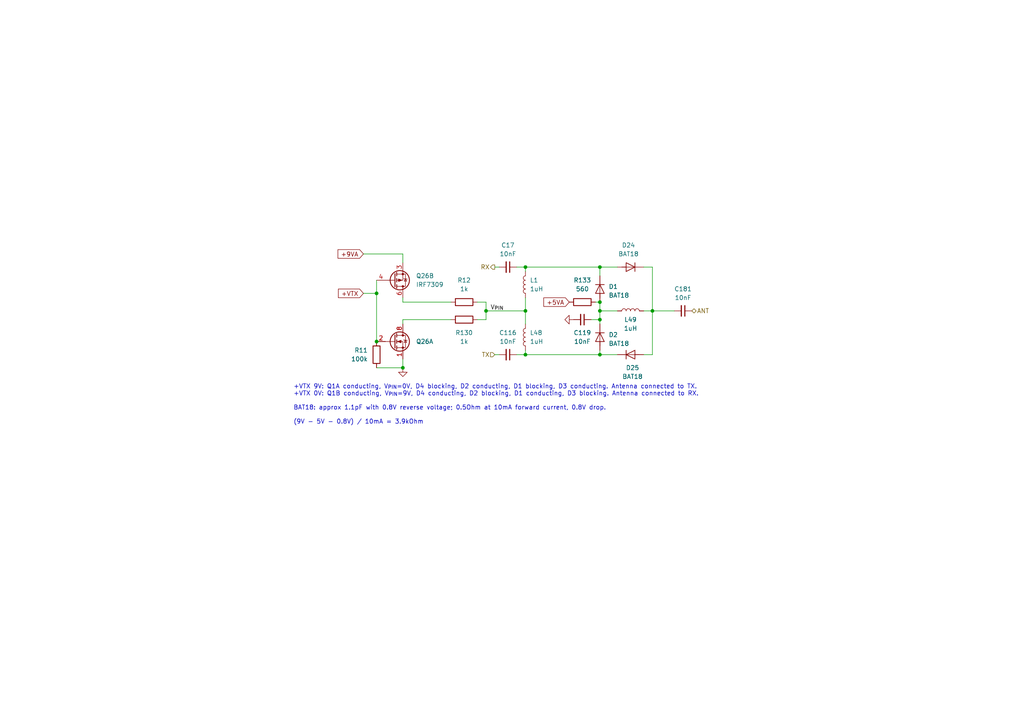
<source format=kicad_sch>
(kicad_sch (version 20211123) (generator eeschema)
  (paper "A4")
  (title_block (title "DART-70 TRX") (date "2023-02-18") (rev "0") (company "HB9EGM") (comment 1 "A 4m Band SSB/CW Transceiver"))
  (lib_symbols
    (symbol "Device:C_Small" (pin_numbers hide) (pin_names (offset 0.254) hide)
      (property "Reference" "C" (at 0.254 1.778 0))
      (property "Value" "C_Small" (at 0.254 -2.032 0))
      (symbol "C_Small_0_1"
        (polyline (pts (xy -1.524 -0.508) (xy 1.524 -0.508)) (stroke (width 0.3302)))
        (polyline (pts (xy -1.524 0.508) (xy 1.524 0.508)) (stroke (width 0.3048)))
      )
      (symbol "C_Small_1_1"
        (pin passive line (at 0 2.54 270) (length 2.032) (name "~") (number "1"))
        (pin passive line (at 0 -2.54 90) (length 2.032) (name "~") (number "2"))
      )
    )
    (symbol "Device:L" (pin_numbers hide) (pin_names (offset 1.016) hide)
      (property "Reference" "L" (at -1.27 0 90))
      (property "Value" "L" (at 1.905 0 90))
      (symbol "L_0_1"
        (arc (start 0 -2.54) (mid 0.635 -1.905) (end 0 -1.27))
        (arc (start 0 -1.27) (mid 0.635 -0.635) (end 0 0))
        (arc (start 0 0) (mid 0.635 0.635) (end 0 1.27))
        (arc (start 0 1.27) (mid 0.635 1.905) (end 0 2.54))
      )
      (symbol "L_1_1"
        (pin passive line (at 0 3.81 270) (length 1.27) (name "1") (number "1"))
        (pin passive line (at 0 -3.81 90) (length 1.27) (name "2") (number "2"))
      )
    )
    (symbol "Device:R" (pin_numbers hide) (pin_names (offset 0))
      (property "Reference" "R" (at 2.032 0 90))
      (property "Value" "R" (at 0 0 90))
      (symbol "R_0_1"
        (rectangle (start -1.016 -2.54) (end 1.016 2.54) (stroke (width 0.254)))
      )
      (symbol "R_1_1"
        (pin passive line (at 0 3.81 270) (length 1.27) (name "~") (number "1"))
        (pin passive line (at 0 -3.81 90) (length 1.27) (name "~") (number "2"))
      )
    )
    (symbol "Transistor_FET:IRF7309IPBF" (pin_names hide)
      (property "Reference" "Q" (at 5.08 1.905 0))
      (property "Value" "IRF7309IPBF" (at 5.08 0 0))
      (symbol "IRF7309IPBF_0_1"
        (polyline (pts (xy 0.254 0) (xy -2.54 0)))
        (polyline (pts (xy 0.254 1.905) (xy 0.254 -1.905)) (stroke (width 0.254)))
        (polyline (pts (xy 0.762 -1.27) (xy 0.762 -2.286)) (stroke (width 0.254)))
        (polyline (pts (xy 0.762 0.508) (xy 0.762 -0.508)) (stroke (width 0.254)))
        (polyline (pts (xy 0.762 2.286) (xy 0.762 1.27)) (stroke (width 0.254)))
        (polyline (pts (xy 2.54 2.54) (xy 2.54 1.778)))
        (polyline (pts (xy 2.54 -2.54) (xy 2.54 0) (xy 0.762 0)))
        (polyline (pts (xy 0.762 -1.778) (xy 3.302 -1.778) (xy 3.302 1.778) (xy 0.762 1.778)))
        (circle (center 1.651 0) (radius 2.794) (stroke (width 0.254)))
        (circle (center 2.54 -1.778) (radius 0.254) (fill (type outline)))
        (circle (center 2.54 1.778) (radius 0.254) (fill (type outline)))
      )
      (symbol "IRF7309IPBF_1_1"
        (polyline (pts (xy 1.016 0) (xy 2.032 0.381) (xy 2.032 -0.381) (xy 1.016 0)) (fill (type outline)))
        (polyline (pts (xy 2.794 0.508) (xy 2.921 0.381) (xy 3.683 0.381) (xy 3.81 0.254)))
        (polyline (pts (xy 3.302 0.381) (xy 2.921 -0.254) (xy 3.683 -0.254) (xy 3.302 0.381)))
        (pin passive line (at 2.54 -5.08 90) (length 2.54) (name "S") (number "1"))
        (pin input line (at -5.08 0 0) (length 2.54) (name "G") (number "2"))
        (pin passive line (at 2.54 5.08 270) (length 2.54) hide (name "D") (number "7"))
        (pin passive line (at 2.54 5.08 270) (length 2.54) (name "D") (number "8"))
      )
      (symbol "IRF7309IPBF_2_1"
        (polyline (pts (xy 2.286 0) (xy 1.27 0.381) (xy 1.27 -0.381) (xy 2.286 0)) (fill (type outline)))
        (polyline (pts (xy 2.794 -0.508) (xy 2.921 -0.381) (xy 3.683 -0.381) (xy 3.81 -0.254)))
        (polyline (pts (xy 3.302 -0.381) (xy 2.921 0.254) (xy 3.683 0.254) (xy 3.302 -0.381)))
        (pin passive line (at 2.54 -5.08 90) (length 2.54) (name "1") (number "3"))
        (pin input line (at -5.08 0 0) (length 2.54) (name "G") (number "4"))
        (pin passive line (at 2.54 5.08 270) (length 2.54) hide (name "D") (number "5"))
        (pin passive line (at 2.54 5.08 270) (length 2.54) (name "D") (number "6"))
      )
    )
    (symbol "mpb:BAT18" (pin_numbers hide) (pin_names (offset 0) hide)
      (property "Reference" "D" (at 0 2.54 0))
      (property "Value" "BAT18" (at 0 -2.54 0))
      (symbol "BAT18_0_1"
        (polyline (pts (xy -1.27 0) (xy 2.54 0)))
        (polyline (pts (xy -1.27 1.27) (xy -1.27 -1.27)) (stroke (width 0.2032)))
        (polyline (pts (xy 1.27 1.27) (xy 1.27 -1.27) (xy -1.27 0) (xy 1.27 1.27)) (stroke (width 0.2032)))
      )
      (symbol "BAT18_1_1"
        (pin passive line (at 3.81 0 180) (length 2.54) (name "A") (number "1"))
        (pin passive line (at -3.81 0 0) (length 2.54) (name "K") (number "3"))
      )
    )
    (symbol "power:GND" (power) (pin_names (offset 0))
      (property "Value" "GND" (at 0 -3.81 0))
      (symbol "GND_0_1"
        (polyline (pts (xy 0 0) (xy 0 -1.27) (xy 1.27 -1.27) (xy 0 -2.54) (xy -1.27 -1.27) (xy 0 -1.27)))
      )
      (symbol "GND_1_1"
        (pin power_in line (at 0 0 270) (length 0) hide (name "GND") (number "1"))
      )
    )
  )
  (junction (at 152.4 102.87))
  (junction (at 109.22 99.06))
  (junction (at 173.99 87.63))
  (junction (at 189.23 90.17))
  (junction (at 116.84 106.68))
  (junction (at 140.97 90.17))
  (junction (at 173.99 77.47))
  (junction (at 173.99 92.71))
  (junction (at 152.4 77.47))
  (junction (at 152.4 90.17))
  (junction (at 109.22 85.09))
  (junction (at 173.99 90.17))
  (junction (at 173.99 102.87))
  (wire (pts (xy 149.86 77.47) (xy 152.4 77.47)))
  (wire (pts (xy 179.07 102.87) (xy 173.99 102.87)))
  (wire (pts (xy 143.51 102.87) (xy 144.78 102.87)))
  (wire (pts (xy 149.86 102.87) (xy 152.4 102.87)))
  (wire (pts (xy 173.99 77.47) (xy 179.07 77.47)))
  (wire (pts (xy 189.23 90.17) (xy 195.58 90.17)))
  (wire (pts (xy 189.23 90.17) (xy 186.69 90.17)))
  (wire (pts (xy 173.99 92.71) (xy 173.99 93.98)))
  (wire (pts (xy 173.99 92.71) (xy 173.99 90.17)))
  (wire (pts (xy 152.4 102.87) (xy 152.4 101.6)))
  (wire (pts (xy 109.22 85.09) (xy 109.22 99.06)))
  (wire (pts (xy 109.22 81.28) (xy 109.22 85.09)))
  (wire (pts (xy 152.4 78.74) (xy 152.4 77.47)))
  (wire (pts (xy 109.22 106.68) (xy 116.84 106.68)))
  (wire (pts (xy 173.99 102.87) (xy 152.4 102.87)))
  (wire (pts (xy 173.99 80.01) (xy 173.99 77.47)))
  (wire (pts (xy 116.84 87.63) (xy 130.81 87.63)))
  (wire (pts (xy 116.84 106.68) (xy 116.84 104.14)))
  (wire (pts (xy 116.84 86.36) (xy 116.84 87.63)))
  (wire (pts (xy 189.23 102.87) (xy 186.69 102.87)))
  (wire (pts (xy 189.23 90.17) (xy 189.23 102.87)))
  (wire (pts (xy 173.99 87.63) (xy 173.99 90.17)))
  (wire (pts (xy 116.84 73.66) (xy 116.84 76.2)))
  (wire (pts (xy 105.41 73.66) (xy 116.84 73.66)))
  (wire (pts (xy 173.99 90.17) (xy 179.07 90.17)))
  (wire (pts (xy 140.97 92.71) (xy 138.43 92.71)))
  (wire (pts (xy 152.4 90.17) (xy 152.4 93.98)))
  (wire (pts (xy 140.97 87.63) (xy 138.43 87.63)))
  (wire (pts (xy 105.41 85.09) (xy 109.22 85.09)))
  (wire (pts (xy 152.4 86.36) (xy 152.4 90.17)))
  (wire (pts (xy 189.23 77.47) (xy 186.69 77.47)))
  (wire (pts (xy 173.99 102.87) (xy 173.99 101.6)))
  (wire (pts (xy 152.4 77.47) (xy 173.99 77.47)))
  (wire (pts (xy 173.99 92.71) (xy 171.45 92.71)))
  (wire (pts (xy 172.72 87.63) (xy 173.99 87.63)))
  (wire (pts (xy 116.84 92.71) (xy 116.84 93.98)))
  (wire (pts (xy 143.51 77.47) (xy 144.78 77.47)))
  (wire (pts (xy 140.97 90.17) (xy 152.4 90.17)))
  (wire (pts (xy 189.23 77.47) (xy 189.23 90.17)))
  (wire (pts (xy 140.97 87.63) (xy 140.97 90.17)))
  (wire (pts (xy 130.81 92.71) (xy 116.84 92.71)))
  (wire (pts (xy 140.97 90.17) (xy 140.97 92.71)))
  (text "+VTX 9V: Q1A conducting, V_{PIN}=0V, D4 blocking, D2 conducting, D1 blocking, D3 conducting. Antenna connected to TX.\n+VTX 0V: Q1B conducting, V_{PIN}=9V, D4 conducting, D2 blocking, D1 conducting, D3 blocking. Antenna connected to RX.\n\nBAT18: approx 1.1pF with 0.8V reverse voltage; 0.5Ohm at 10mA forward current, 0.8V drop.\n\n(9V - 5V - 0.8V) / 10mA = 3.9kOhm" (at 85.09 123.19 0) (effects (font (size 1.27 1.27)) (justify left bottom)))
  (label "V_{PIN}" (at 142.24 90.17 0))
  (global_label "+5VA" (shape input) (at 165.1 87.63 180) (property "Intersheet References" "${INTERSHEET_REFS}" (effects hide)))
  (global_label "+VTX" (shape input) (at 105.41 85.09 180) (property "Intersheet References" "${INTERSHEET_REFS}" (effects hide)))
  (global_label "+9VA" (shape input) (at 105.41 73.66 180) (property "Intersheet References" "${INTERSHEET_REFS}" (effects hide)))
  (hierarchical_label "TX" (shape input) (at 143.51 102.87 180))
  (hierarchical_label "ANT" (shape bidirectional) (at 200.66 90.17 0))
  (hierarchical_label "RX" (shape output) (at 143.51 77.47 180))
  (symbol (lib_id "mpb:BAT18") (at 182.88 77.47 180) (unit 1)
    (property "Reference" "D24" (at 182.2958 71.12 0))
    (property "Value" "BAT18" (at 182.2958 73.66 0))
    (property "Footprint" "Package_TO_SOT_SMD:SOT-23_Handsoldering" (effects hide))
    (property "Datasheet" "/home/bram/Sync/Doc/Datasheet/BAT18-1125947.pdf" (effects hide))
    (property "Need_order" "0" (effects hide))
    (property "MPN" "BAT18" (effects hide))
  )
  (symbol (lib_id "power:GND") (at 116.84 106.68 0) (unit 1)
    (property "Reference" "#PWR057" (effects hide))
    (property "Value" "GND" (effects hide))
  )
  (symbol (lib_id "mpb:BAT18") (at 173.99 83.82 270) (unit 1)
    (property "Reference" "D1" (at 176.53 83.1341 90) (effects (justify left)))
    (property "Value" "BAT18" (at 176.53 85.6741 90) (effects (justify left)))
    (property "Footprint" "Package_TO_SOT_SMD:SOT-23_Handsoldering" (effects hide))
    (property "Datasheet" "/home/bram/Sync/Doc/Datasheet/BAT18-1125947.pdf" (effects hide))
    (property "Need_order" "0" (effects hide))
    (property "MPN" "BAT18" (effects hide))
  )
  (symbol (lib_id "Device:C_Small") (at 147.32 77.47 270) (mirror x) (unit 1)
    (property "Reference" "C17" (at 147.3136 71.12 90))
    (property "Value" "10nF" (at 147.3136 73.66 90))
    (property "Footprint" "Capacitor_SMD:C_0805_2012Metric_Pad1.18x1.45mm_HandSolder" (effects hide))
    (property "MPN" "VJ0805A103KXJTBC" (effects hide))
    (property "Need_order" "0" (effects hide))
  )
  (symbol (lib_id "Device:R") (at 134.62 92.71 270) (unit 1)
    (property "Reference" "R130" (at 134.62 96.52 90))
    (property "Value" "1k" (at 134.62 99.06 90))
    (property "Footprint" "Resistor_SMD:R_0603_1608Metric_Pad0.98x0.95mm_HandSolder" (effects hide))
    (property "Need_order" "0" (effects hide))
  )
  (symbol (lib_id "Device:L") (at 152.4 97.79 180) (unit 1)
    (property "Reference" "L48" (at 153.67 96.5199 0) (effects (justify right)))
    (property "Value" "1uH" (at 153.67 99.0599 0) (effects (justify right)))
    (property "Footprint" "Inductor_SMD:L_1008_2520Metric_Pad1.43x2.20mm_HandSolder" (effects hide))
    (property "MPN" "LQW2UAS1R0x0CL" (effects hide))
    (property "Need_order" "0" (effects hide))
  )
  (symbol (lib_id "Device:C_Small") (at 198.12 90.17 270) (mirror x) (unit 1)
    (property "Reference" "C181" (at 198.1136 83.82 90))
    (property "Value" "10nF" (at 198.1136 86.36 90))
    (property "Footprint" "Capacitor_SMD:C_0805_2012Metric_Pad1.18x1.45mm_HandSolder" (effects hide))
    (property "MPN" "VJ0805A103KXJTBC" (effects hide))
    (property "Need_order" "0" (effects hide))
  )
  (symbol (lib_id "Transistor_FET:IRF7309IPBF") (at 114.3 99.06 0) (unit 1)
    (property "Reference" "Q26" (at 120.65 99.0599 0) (effects (justify left)))
    (property "Value" "IRF7309" (effects hide))
    (property "Footprint" "Package_SO:SOIC-8_3.9x4.9mm_P1.27mm" (effects hide))
    (property "Datasheet" "/home/bram/Sync/Doc/Datasheet/IRF7309.pdf" (effects hide))
    (property "MPN" "IRF7309TRPBF" (effects hide))
    (property "Need_order" "0" (effects hide))
  )
  (symbol (lib_id "Transistor_FET:IRF7309IPBF") (at 114.3 81.28 0) (mirror x) (unit 2)
    (property "Reference" "Q26" (at 120.65 80.0099 0) (effects (justify left)))
    (property "Value" "IRF7309" (at 120.65 82.5499 0) (effects (justify left)))
    (property "Footprint" "Package_SO:SOIC-8_3.9x4.9mm_P1.27mm" (effects hide))
    (property "Datasheet" "/home/bram/Sync/Doc/Datasheet/IRF7309.pdf" (effects hide))
    (property "MPN" "IRF7309TRPBF" (effects hide))
    (property "Need_order" "0" (effects hide))
  )
  (symbol (lib_id "mpb:BAT18") (at 182.88 102.87 0) (unit 1)
    (property "Reference" "D25" (at 183.4642 106.68 0))
    (property "Value" "BAT18" (at 183.4642 109.22 0))
    (property "Footprint" "Package_TO_SOT_SMD:SOT-23_Handsoldering" (effects hide))
    (property "Datasheet" "/home/bram/Sync/Doc/Datasheet/BAT18-1125947.pdf" (effects hide))
    (property "Need_order" "0" (effects hide))
    (property "MPN" "BAT18" (effects hide))
  )
  (symbol (lib_id "Device:L") (at 182.88 90.17 90) (unit 1)
    (property "Reference" "L49" (at 182.88 92.71 90))
    (property "Value" "1uH" (at 182.88 95.25 90))
    (property "Footprint" "Inductor_SMD:L_1008_2520Metric_Pad1.43x2.20mm_HandSolder" (effects hide))
    (property "MPN" "LQW2UAS1R0x0CL" (effects hide))
    (property "Need_order" "0" (effects hide))
  )
  (symbol (lib_id "Device:R") (at 109.22 102.87 0) (unit 1)
    (property "Reference" "R11" (at 106.68 101.5999 0) (effects (justify right)))
    (property "Value" "100k" (at 106.68 104.1399 0) (effects (justify right)))
    (property "Footprint" "Resistor_SMD:R_0603_1608Metric_Pad0.98x0.95mm_HandSolder" (effects hide))
    (property "Need_order" "0" (effects hide))
  )
  (symbol (lib_id "mpb:BAT18") (at 173.99 97.79 270) (unit 1)
    (property "Reference" "D2" (at 176.53 97.1041 90) (effects (justify left)))
    (property "Value" "BAT18" (at 176.53 99.6441 90) (effects (justify left)))
    (property "Footprint" "Package_TO_SOT_SMD:SOT-23_Handsoldering" (effects hide))
    (property "Datasheet" "/home/bram/Sync/Doc/Datasheet/BAT18-1125947.pdf" (effects hide))
    (property "Need_order" "0" (effects hide))
    (property "MPN" "BAT18" (effects hide))
  )
  (symbol (lib_id "Device:C_Small") (at 147.32 102.87 270) (mirror x) (unit 1)
    (property "Reference" "C116" (at 147.3136 96.52 90))
    (property "Value" "10nF" (at 147.3136 99.06 90))
    (property "Footprint" "Capacitor_SMD:C_0805_2012Metric_Pad1.18x1.45mm_HandSolder" (effects hide))
    (property "MPN" "VJ0805A103KXJTBC" (effects hide))
    (property "Need_order" "0" (effects hide))
  )
  (symbol (lib_id "power:GND") (at 166.37 92.71 270) (unit 1)
    (property "Reference" "#PWR060" (effects hide))
    (property "Value" "GND" (effects hide))
  )
  (symbol (lib_id "Device:R") (at 168.91 87.63 270) (unit 1)
    (property "Reference" "R133" (at 168.91 81.28 90))
    (property "Value" "560" (at 168.91 83.82 90))
    (property "Footprint" "Resistor_SMD:R_0603_1608Metric_Pad0.98x0.95mm_HandSolder" (effects hide))
    (property "Need_order" "0" (effects hide))
  )
  (symbol (lib_id "Device:C_Small") (at 168.91 92.71 270) (mirror x) (unit 1)
    (property "Reference" "C119" (at 168.9036 96.52 90))
    (property "Value" "10nF" (at 168.9036 99.06 90))
    (property "Footprint" "Capacitor_SMD:C_0805_2012Metric_Pad1.18x1.45mm_HandSolder" (effects hide))
    (property "MPN" "VJ0805A103KXJTBC" (effects hide))
    (property "Need_order" "0" (effects hide))
  )
  (symbol (lib_id "Device:L") (at 152.4 82.55 180) (unit 1)
    (property "Reference" "L1" (at 153.67 81.2799 0) (effects (justify right)))
    (property "Value" "1uH" (at 153.67 83.8199 0) (effects (justify right)))
    (property "Footprint" "Inductor_SMD:L_1008_2520Metric_Pad1.43x2.20mm_HandSolder" (effects hide))
    (property "MPN" "LQW2UAS1R0x0CL" (effects hide))
    (property "Need_order" "0" (effects hide))
  )
  (symbol (lib_id "Device:R") (at 134.62 87.63 270) (unit 1)
    (property "Reference" "R12" (at 134.62 81.28 90))
    (property "Value" "1k" (at 134.62 83.82 90))
    (property "Footprint" "Resistor_SMD:R_0603_1608Metric_Pad0.98x0.95mm_HandSolder" (effects hide))
    (property "Need_order" "0" (effects hide))
  )
)
</source>
